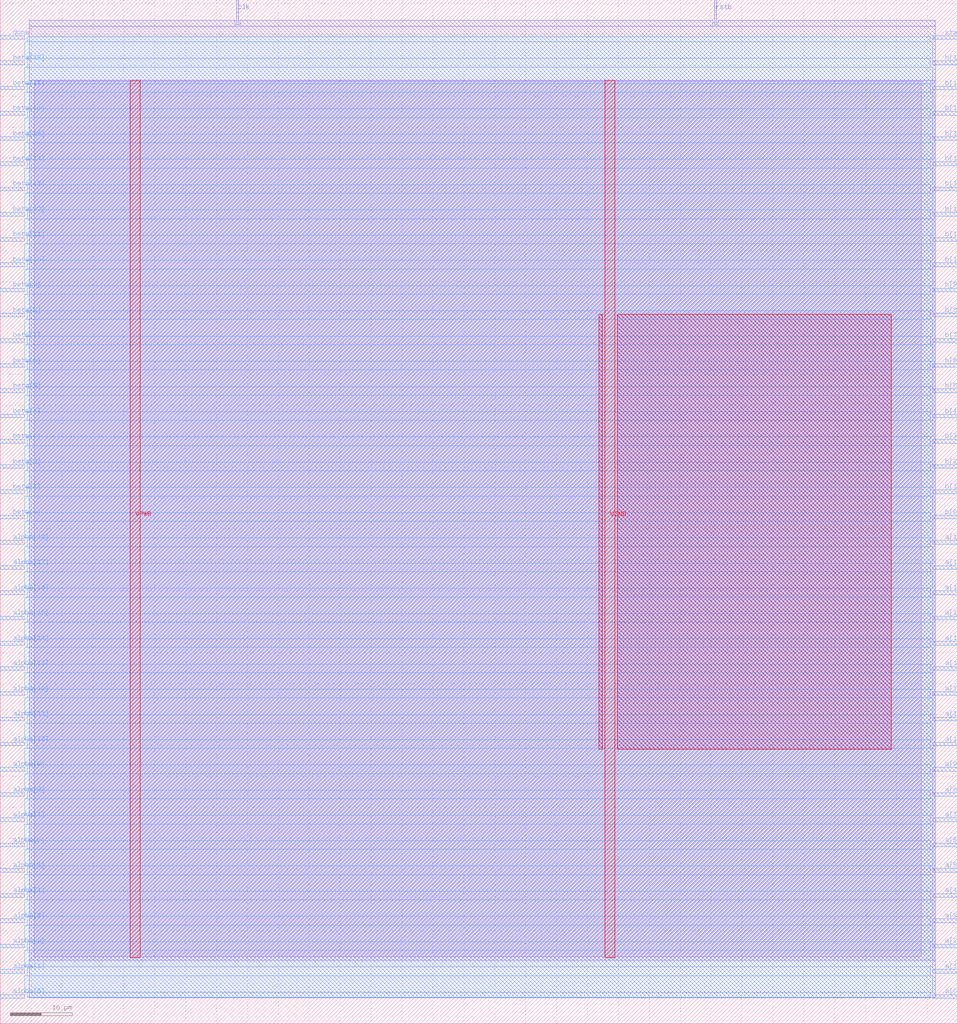
<source format=lef>
VERSION 5.7 ;
  NOWIREEXTENSIONATPIN ON ;
  DIVIDERCHAR "/" ;
  BUSBITCHARS "[]" ;
MACRO clarke
  CLASS BLOCK ;
  FOREIGN clarke ;
  ORIGIN 0.000 0.000 ;
  SIZE 154.825 BY 165.545 ;
  PIN VGND
    DIRECTION INOUT ;
    USE GROUND ;
    PORT
      LAYER met4 ;
        RECT 97.840 10.640 99.440 152.560 ;
    END
  END VGND
  PIN VPWR
    DIRECTION INOUT ;
    USE POWER ;
    PORT
      LAYER met4 ;
        RECT 21.040 10.640 22.640 152.560 ;
    END
  END VPWR
  PIN a[0]
    DIRECTION INPUT ;
    USE SIGNAL ;
    ANTENNAGATEAREA 0.213000 ;
    PORT
      LAYER met3 ;
        RECT 150.825 4.120 154.825 4.720 ;
    END
  END a[0]
  PIN a[10]
    DIRECTION INPUT ;
    USE SIGNAL ;
    ANTENNAGATEAREA 0.196500 ;
    PORT
      LAYER met3 ;
        RECT 150.825 44.920 154.825 45.520 ;
    END
  END a[10]
  PIN a[11]
    DIRECTION INPUT ;
    USE SIGNAL ;
    ANTENNAGATEAREA 0.213000 ;
    PORT
      LAYER met3 ;
        RECT 150.825 49.000 154.825 49.600 ;
    END
  END a[11]
  PIN a[12]
    DIRECTION INPUT ;
    USE SIGNAL ;
    ANTENNAGATEAREA 0.213000 ;
    PORT
      LAYER met3 ;
        RECT 150.825 53.080 154.825 53.680 ;
    END
  END a[12]
  PIN a[13]
    DIRECTION INPUT ;
    USE SIGNAL ;
    ANTENNAGATEAREA 0.159000 ;
    PORT
      LAYER met3 ;
        RECT 150.825 57.160 154.825 57.760 ;
    END
  END a[13]
  PIN a[14]
    DIRECTION INPUT ;
    USE SIGNAL ;
    ANTENNAGATEAREA 0.495000 ;
    PORT
      LAYER met3 ;
        RECT 150.825 61.240 154.825 61.840 ;
    END
  END a[14]
  PIN a[15]
    DIRECTION INPUT ;
    USE SIGNAL ;
    ANTENNAGATEAREA 0.196500 ;
    PORT
      LAYER met3 ;
        RECT 150.825 65.320 154.825 65.920 ;
    END
  END a[15]
  PIN a[16]
    DIRECTION INPUT ;
    USE SIGNAL ;
    ANTENNAGATEAREA 0.213000 ;
    PORT
      LAYER met3 ;
        RECT 150.825 69.400 154.825 70.000 ;
    END
  END a[16]
  PIN a[17]
    DIRECTION INPUT ;
    USE SIGNAL ;
    ANTENNAGATEAREA 0.159000 ;
    PORT
      LAYER met3 ;
        RECT 150.825 73.480 154.825 74.080 ;
    END
  END a[17]
  PIN a[18]
    DIRECTION INPUT ;
    USE SIGNAL ;
    ANTENNAGATEAREA 0.213000 ;
    PORT
      LAYER met3 ;
        RECT 150.825 77.560 154.825 78.160 ;
    END
  END a[18]
  PIN a[1]
    DIRECTION INPUT ;
    USE SIGNAL ;
    ANTENNAGATEAREA 0.213000 ;
    PORT
      LAYER met3 ;
        RECT 150.825 8.200 154.825 8.800 ;
    END
  END a[1]
  PIN a[2]
    DIRECTION INPUT ;
    USE SIGNAL ;
    ANTENNAGATEAREA 0.196500 ;
    PORT
      LAYER met3 ;
        RECT 150.825 12.280 154.825 12.880 ;
    END
  END a[2]
  PIN a[3]
    DIRECTION INPUT ;
    USE SIGNAL ;
    ANTENNAGATEAREA 0.213000 ;
    PORT
      LAYER met3 ;
        RECT 150.825 16.360 154.825 16.960 ;
    END
  END a[3]
  PIN a[4]
    DIRECTION INPUT ;
    USE SIGNAL ;
    ANTENNAGATEAREA 0.196500 ;
    PORT
      LAYER met3 ;
        RECT 150.825 20.440 154.825 21.040 ;
    END
  END a[4]
  PIN a[5]
    DIRECTION INPUT ;
    USE SIGNAL ;
    ANTENNAGATEAREA 0.196500 ;
    PORT
      LAYER met3 ;
        RECT 150.825 24.520 154.825 25.120 ;
    END
  END a[5]
  PIN a[6]
    DIRECTION INPUT ;
    USE SIGNAL ;
    ANTENNAGATEAREA 0.213000 ;
    PORT
      LAYER met3 ;
        RECT 150.825 28.600 154.825 29.200 ;
    END
  END a[6]
  PIN a[7]
    DIRECTION INPUT ;
    USE SIGNAL ;
    ANTENNAGATEAREA 0.213000 ;
    PORT
      LAYER met3 ;
        RECT 150.825 32.680 154.825 33.280 ;
    END
  END a[7]
  PIN a[8]
    DIRECTION INPUT ;
    USE SIGNAL ;
    ANTENNAGATEAREA 0.196500 ;
    PORT
      LAYER met3 ;
        RECT 150.825 36.760 154.825 37.360 ;
    END
  END a[8]
  PIN a[9]
    DIRECTION INPUT ;
    USE SIGNAL ;
    ANTENNAGATEAREA 0.213000 ;
    PORT
      LAYER met3 ;
        RECT 150.825 40.840 154.825 41.440 ;
    END
  END a[9]
  PIN alpha[0]
    DIRECTION OUTPUT ;
    USE SIGNAL ;
    ANTENNADIFFAREA 0.795200 ;
    PORT
      LAYER met3 ;
        RECT 0.000 4.120 4.000 4.720 ;
    END
  END alpha[0]
  PIN alpha[10]
    DIRECTION OUTPUT ;
    USE SIGNAL ;
    ANTENNADIFFAREA 0.795200 ;
    PORT
      LAYER met3 ;
        RECT 0.000 44.920 4.000 45.520 ;
    END
  END alpha[10]
  PIN alpha[11]
    DIRECTION OUTPUT ;
    USE SIGNAL ;
    ANTENNADIFFAREA 0.795200 ;
    PORT
      LAYER met3 ;
        RECT 0.000 49.000 4.000 49.600 ;
    END
  END alpha[11]
  PIN alpha[12]
    DIRECTION OUTPUT ;
    USE SIGNAL ;
    ANTENNADIFFAREA 0.795200 ;
    PORT
      LAYER met3 ;
        RECT 0.000 53.080 4.000 53.680 ;
    END
  END alpha[12]
  PIN alpha[13]
    DIRECTION OUTPUT ;
    USE SIGNAL ;
    ANTENNADIFFAREA 0.795200 ;
    PORT
      LAYER met3 ;
        RECT 0.000 57.160 4.000 57.760 ;
    END
  END alpha[13]
  PIN alpha[14]
    DIRECTION OUTPUT ;
    USE SIGNAL ;
    ANTENNADIFFAREA 0.795200 ;
    PORT
      LAYER met3 ;
        RECT 0.000 61.240 4.000 61.840 ;
    END
  END alpha[14]
  PIN alpha[15]
    DIRECTION OUTPUT ;
    USE SIGNAL ;
    ANTENNADIFFAREA 0.795200 ;
    PORT
      LAYER met3 ;
        RECT 0.000 65.320 4.000 65.920 ;
    END
  END alpha[15]
  PIN alpha[16]
    DIRECTION OUTPUT ;
    USE SIGNAL ;
    ANTENNADIFFAREA 0.795200 ;
    PORT
      LAYER met3 ;
        RECT 0.000 69.400 4.000 70.000 ;
    END
  END alpha[16]
  PIN alpha[17]
    DIRECTION OUTPUT ;
    USE SIGNAL ;
    ANTENNADIFFAREA 0.795200 ;
    PORT
      LAYER met3 ;
        RECT 0.000 73.480 4.000 74.080 ;
    END
  END alpha[17]
  PIN alpha[18]
    DIRECTION OUTPUT ;
    USE SIGNAL ;
    ANTENNADIFFAREA 0.795200 ;
    PORT
      LAYER met3 ;
        RECT 0.000 77.560 4.000 78.160 ;
    END
  END alpha[18]
  PIN alpha[1]
    DIRECTION OUTPUT ;
    USE SIGNAL ;
    ANTENNADIFFAREA 0.795200 ;
    PORT
      LAYER met3 ;
        RECT 0.000 8.200 4.000 8.800 ;
    END
  END alpha[1]
  PIN alpha[2]
    DIRECTION OUTPUT ;
    USE SIGNAL ;
    ANTENNADIFFAREA 0.795200 ;
    PORT
      LAYER met3 ;
        RECT 0.000 12.280 4.000 12.880 ;
    END
  END alpha[2]
  PIN alpha[3]
    DIRECTION OUTPUT ;
    USE SIGNAL ;
    ANTENNADIFFAREA 0.795200 ;
    PORT
      LAYER met3 ;
        RECT 0.000 16.360 4.000 16.960 ;
    END
  END alpha[3]
  PIN alpha[4]
    DIRECTION OUTPUT ;
    USE SIGNAL ;
    ANTENNADIFFAREA 0.795200 ;
    PORT
      LAYER met3 ;
        RECT 0.000 20.440 4.000 21.040 ;
    END
  END alpha[4]
  PIN alpha[5]
    DIRECTION OUTPUT ;
    USE SIGNAL ;
    ANTENNADIFFAREA 0.795200 ;
    PORT
      LAYER met3 ;
        RECT 0.000 24.520 4.000 25.120 ;
    END
  END alpha[5]
  PIN alpha[6]
    DIRECTION OUTPUT ;
    USE SIGNAL ;
    ANTENNADIFFAREA 0.795200 ;
    PORT
      LAYER met3 ;
        RECT 0.000 28.600 4.000 29.200 ;
    END
  END alpha[6]
  PIN alpha[7]
    DIRECTION OUTPUT ;
    USE SIGNAL ;
    ANTENNADIFFAREA 0.795200 ;
    PORT
      LAYER met3 ;
        RECT 0.000 32.680 4.000 33.280 ;
    END
  END alpha[7]
  PIN alpha[8]
    DIRECTION OUTPUT ;
    USE SIGNAL ;
    ANTENNADIFFAREA 0.795200 ;
    PORT
      LAYER met3 ;
        RECT 0.000 36.760 4.000 37.360 ;
    END
  END alpha[8]
  PIN alpha[9]
    DIRECTION OUTPUT ;
    USE SIGNAL ;
    ANTENNADIFFAREA 0.795200 ;
    PORT
      LAYER met3 ;
        RECT 0.000 40.840 4.000 41.440 ;
    END
  END alpha[9]
  PIN b[0]
    DIRECTION INPUT ;
    USE SIGNAL ;
    ANTENNAGATEAREA 0.126000 ;
    PORT
      LAYER met3 ;
        RECT 150.825 81.640 154.825 82.240 ;
    END
  END b[0]
  PIN b[10]
    DIRECTION INPUT ;
    USE SIGNAL ;
    ANTENNAGATEAREA 0.213000 ;
    PORT
      LAYER met3 ;
        RECT 150.825 122.440 154.825 123.040 ;
    END
  END b[10]
  PIN b[11]
    DIRECTION INPUT ;
    USE SIGNAL ;
    ANTENNAGATEAREA 0.196500 ;
    PORT
      LAYER met3 ;
        RECT 150.825 126.520 154.825 127.120 ;
    END
  END b[11]
  PIN b[12]
    DIRECTION INPUT ;
    USE SIGNAL ;
    ANTENNAGATEAREA 0.196500 ;
    PORT
      LAYER met3 ;
        RECT 150.825 130.600 154.825 131.200 ;
    END
  END b[12]
  PIN b[13]
    DIRECTION INPUT ;
    USE SIGNAL ;
    ANTENNAGATEAREA 0.196500 ;
    PORT
      LAYER met3 ;
        RECT 150.825 134.680 154.825 135.280 ;
    END
  END b[13]
  PIN b[14]
    DIRECTION INPUT ;
    USE SIGNAL ;
    ANTENNAGATEAREA 0.196500 ;
    PORT
      LAYER met3 ;
        RECT 150.825 138.760 154.825 139.360 ;
    END
  END b[14]
  PIN b[15]
    DIRECTION INPUT ;
    USE SIGNAL ;
    ANTENNAGATEAREA 0.196500 ;
    PORT
      LAYER met3 ;
        RECT 150.825 142.840 154.825 143.440 ;
    END
  END b[15]
  PIN b[16]
    DIRECTION INPUT ;
    USE SIGNAL ;
    ANTENNAGATEAREA 0.196500 ;
    PORT
      LAYER met3 ;
        RECT 150.825 146.920 154.825 147.520 ;
    END
  END b[16]
  PIN b[17]
    DIRECTION INPUT ;
    USE SIGNAL ;
    ANTENNAGATEAREA 0.196500 ;
    PORT
      LAYER met3 ;
        RECT 150.825 151.000 154.825 151.600 ;
    END
  END b[17]
  PIN b[18]
    DIRECTION INPUT ;
    USE SIGNAL ;
    ANTENNAGATEAREA 0.196500 ;
    PORT
      LAYER met3 ;
        RECT 150.825 155.080 154.825 155.680 ;
    END
  END b[18]
  PIN b[1]
    DIRECTION INPUT ;
    USE SIGNAL ;
    ANTENNAGATEAREA 0.196500 ;
    PORT
      LAYER met3 ;
        RECT 150.825 85.720 154.825 86.320 ;
    END
  END b[1]
  PIN b[2]
    DIRECTION INPUT ;
    USE SIGNAL ;
    ANTENNAGATEAREA 0.196500 ;
    PORT
      LAYER met3 ;
        RECT 150.825 89.800 154.825 90.400 ;
    END
  END b[2]
  PIN b[3]
    DIRECTION INPUT ;
    USE SIGNAL ;
    ANTENNAGATEAREA 0.196500 ;
    PORT
      LAYER met3 ;
        RECT 150.825 93.880 154.825 94.480 ;
    END
  END b[3]
  PIN b[4]
    DIRECTION INPUT ;
    USE SIGNAL ;
    ANTENNAGATEAREA 0.196500 ;
    PORT
      LAYER met3 ;
        RECT 150.825 97.960 154.825 98.560 ;
    END
  END b[4]
  PIN b[5]
    DIRECTION INPUT ;
    USE SIGNAL ;
    ANTENNAGATEAREA 0.196500 ;
    PORT
      LAYER met3 ;
        RECT 150.825 102.040 154.825 102.640 ;
    END
  END b[5]
  PIN b[6]
    DIRECTION INPUT ;
    USE SIGNAL ;
    ANTENNAGATEAREA 0.495000 ;
    PORT
      LAYER met3 ;
        RECT 150.825 106.120 154.825 106.720 ;
    END
  END b[6]
  PIN b[7]
    DIRECTION INPUT ;
    USE SIGNAL ;
    ANTENNAGATEAREA 0.196500 ;
    PORT
      LAYER met3 ;
        RECT 150.825 110.200 154.825 110.800 ;
    END
  END b[7]
  PIN b[8]
    DIRECTION INPUT ;
    USE SIGNAL ;
    ANTENNAGATEAREA 0.196500 ;
    PORT
      LAYER met3 ;
        RECT 150.825 114.280 154.825 114.880 ;
    END
  END b[8]
  PIN b[9]
    DIRECTION INPUT ;
    USE SIGNAL ;
    ANTENNAGATEAREA 0.196500 ;
    PORT
      LAYER met3 ;
        RECT 150.825 118.360 154.825 118.960 ;
    END
  END b[9]
  PIN beta[0]
    DIRECTION OUTPUT ;
    USE SIGNAL ;
    ANTENNADIFFAREA 0.795200 ;
    PORT
      LAYER met3 ;
        RECT 0.000 81.640 4.000 82.240 ;
    END
  END beta[0]
  PIN beta[10]
    DIRECTION OUTPUT ;
    USE SIGNAL ;
    ANTENNADIFFAREA 0.795200 ;
    PORT
      LAYER met3 ;
        RECT 0.000 122.440 4.000 123.040 ;
    END
  END beta[10]
  PIN beta[11]
    DIRECTION OUTPUT ;
    USE SIGNAL ;
    ANTENNADIFFAREA 0.795200 ;
    PORT
      LAYER met3 ;
        RECT 0.000 126.520 4.000 127.120 ;
    END
  END beta[11]
  PIN beta[12]
    DIRECTION OUTPUT ;
    USE SIGNAL ;
    ANTENNADIFFAREA 0.795200 ;
    PORT
      LAYER met3 ;
        RECT 0.000 130.600 4.000 131.200 ;
    END
  END beta[12]
  PIN beta[13]
    DIRECTION OUTPUT ;
    USE SIGNAL ;
    ANTENNADIFFAREA 0.795200 ;
    PORT
      LAYER met3 ;
        RECT 0.000 134.680 4.000 135.280 ;
    END
  END beta[13]
  PIN beta[14]
    DIRECTION OUTPUT ;
    USE SIGNAL ;
    ANTENNADIFFAREA 0.795200 ;
    PORT
      LAYER met3 ;
        RECT 0.000 138.760 4.000 139.360 ;
    END
  END beta[14]
  PIN beta[15]
    DIRECTION OUTPUT ;
    USE SIGNAL ;
    ANTENNADIFFAREA 0.795200 ;
    PORT
      LAYER met3 ;
        RECT 0.000 142.840 4.000 143.440 ;
    END
  END beta[15]
  PIN beta[16]
    DIRECTION OUTPUT ;
    USE SIGNAL ;
    ANTENNADIFFAREA 0.795200 ;
    PORT
      LAYER met3 ;
        RECT 0.000 146.920 4.000 147.520 ;
    END
  END beta[16]
  PIN beta[17]
    DIRECTION OUTPUT ;
    USE SIGNAL ;
    ANTENNADIFFAREA 0.795200 ;
    PORT
      LAYER met3 ;
        RECT 0.000 151.000 4.000 151.600 ;
    END
  END beta[17]
  PIN beta[18]
    DIRECTION OUTPUT ;
    USE SIGNAL ;
    ANTENNADIFFAREA 0.795200 ;
    PORT
      LAYER met3 ;
        RECT 0.000 155.080 4.000 155.680 ;
    END
  END beta[18]
  PIN beta[1]
    DIRECTION OUTPUT ;
    USE SIGNAL ;
    ANTENNADIFFAREA 0.795200 ;
    PORT
      LAYER met3 ;
        RECT 0.000 85.720 4.000 86.320 ;
    END
  END beta[1]
  PIN beta[2]
    DIRECTION OUTPUT ;
    USE SIGNAL ;
    ANTENNADIFFAREA 0.795200 ;
    PORT
      LAYER met3 ;
        RECT 0.000 89.800 4.000 90.400 ;
    END
  END beta[2]
  PIN beta[3]
    DIRECTION OUTPUT ;
    USE SIGNAL ;
    ANTENNADIFFAREA 0.795200 ;
    PORT
      LAYER met3 ;
        RECT 0.000 93.880 4.000 94.480 ;
    END
  END beta[3]
  PIN beta[4]
    DIRECTION OUTPUT ;
    USE SIGNAL ;
    ANTENNADIFFAREA 0.795200 ;
    PORT
      LAYER met3 ;
        RECT 0.000 97.960 4.000 98.560 ;
    END
  END beta[4]
  PIN beta[5]
    DIRECTION OUTPUT ;
    USE SIGNAL ;
    ANTENNADIFFAREA 0.795200 ;
    PORT
      LAYER met3 ;
        RECT 0.000 102.040 4.000 102.640 ;
    END
  END beta[5]
  PIN beta[6]
    DIRECTION OUTPUT ;
    USE SIGNAL ;
    ANTENNADIFFAREA 0.795200 ;
    PORT
      LAYER met3 ;
        RECT 0.000 106.120 4.000 106.720 ;
    END
  END beta[6]
  PIN beta[7]
    DIRECTION OUTPUT ;
    USE SIGNAL ;
    ANTENNADIFFAREA 0.795200 ;
    PORT
      LAYER met3 ;
        RECT 0.000 110.200 4.000 110.800 ;
    END
  END beta[7]
  PIN beta[8]
    DIRECTION OUTPUT ;
    USE SIGNAL ;
    ANTENNADIFFAREA 0.795200 ;
    PORT
      LAYER met3 ;
        RECT 0.000 114.280 4.000 114.880 ;
    END
  END beta[8]
  PIN beta[9]
    DIRECTION OUTPUT ;
    USE SIGNAL ;
    ANTENNADIFFAREA 0.795200 ;
    PORT
      LAYER met3 ;
        RECT 0.000 118.360 4.000 118.960 ;
    END
  END beta[9]
  PIN clk
    DIRECTION INPUT ;
    USE SIGNAL ;
    ANTENNAGATEAREA 0.852000 ;
    PORT
      LAYER met2 ;
        RECT 38.270 161.545 38.550 165.545 ;
    END
  END clk
  PIN done
    DIRECTION OUTPUT ;
    USE SIGNAL ;
    ANTENNADIFFAREA 0.795200 ;
    PORT
      LAYER met3 ;
        RECT 0.000 159.160 4.000 159.760 ;
    END
  END done
  PIN rstb
    DIRECTION INPUT ;
    USE SIGNAL ;
    ANTENNAGATEAREA 0.213000 ;
    PORT
      LAYER met2 ;
        RECT 115.550 161.545 115.830 165.545 ;
    END
  END rstb
  PIN start
    DIRECTION INPUT ;
    USE SIGNAL ;
    ANTENNAGATEAREA 0.159000 ;
    PORT
      LAYER met3 ;
        RECT 150.825 159.160 154.825 159.760 ;
    END
  END start
  OBS
      LAYER li1 ;
        RECT 5.520 10.795 149.040 152.405 ;
      LAYER met1 ;
        RECT 4.670 10.240 151.270 152.560 ;
      LAYER met2 ;
        RECT 4.690 161.265 37.990 162.250 ;
        RECT 38.830 161.265 115.270 162.250 ;
        RECT 116.110 161.265 151.240 162.250 ;
        RECT 4.690 4.235 151.240 161.265 ;
      LAYER met3 ;
        RECT 4.400 158.760 150.425 159.625 ;
        RECT 3.990 156.080 150.825 158.760 ;
        RECT 4.400 154.680 150.425 156.080 ;
        RECT 3.990 152.000 150.825 154.680 ;
        RECT 4.400 150.600 150.425 152.000 ;
        RECT 3.990 147.920 150.825 150.600 ;
        RECT 4.400 146.520 150.425 147.920 ;
        RECT 3.990 143.840 150.825 146.520 ;
        RECT 4.400 142.440 150.425 143.840 ;
        RECT 3.990 139.760 150.825 142.440 ;
        RECT 4.400 138.360 150.425 139.760 ;
        RECT 3.990 135.680 150.825 138.360 ;
        RECT 4.400 134.280 150.425 135.680 ;
        RECT 3.990 131.600 150.825 134.280 ;
        RECT 4.400 130.200 150.425 131.600 ;
        RECT 3.990 127.520 150.825 130.200 ;
        RECT 4.400 126.120 150.425 127.520 ;
        RECT 3.990 123.440 150.825 126.120 ;
        RECT 4.400 122.040 150.425 123.440 ;
        RECT 3.990 119.360 150.825 122.040 ;
        RECT 4.400 117.960 150.425 119.360 ;
        RECT 3.990 115.280 150.825 117.960 ;
        RECT 4.400 113.880 150.425 115.280 ;
        RECT 3.990 111.200 150.825 113.880 ;
        RECT 4.400 109.800 150.425 111.200 ;
        RECT 3.990 107.120 150.825 109.800 ;
        RECT 4.400 105.720 150.425 107.120 ;
        RECT 3.990 103.040 150.825 105.720 ;
        RECT 4.400 101.640 150.425 103.040 ;
        RECT 3.990 98.960 150.825 101.640 ;
        RECT 4.400 97.560 150.425 98.960 ;
        RECT 3.990 94.880 150.825 97.560 ;
        RECT 4.400 93.480 150.425 94.880 ;
        RECT 3.990 90.800 150.825 93.480 ;
        RECT 4.400 89.400 150.425 90.800 ;
        RECT 3.990 86.720 150.825 89.400 ;
        RECT 4.400 85.320 150.425 86.720 ;
        RECT 3.990 82.640 150.825 85.320 ;
        RECT 4.400 81.240 150.425 82.640 ;
        RECT 3.990 78.560 150.825 81.240 ;
        RECT 4.400 77.160 150.425 78.560 ;
        RECT 3.990 74.480 150.825 77.160 ;
        RECT 4.400 73.080 150.425 74.480 ;
        RECT 3.990 70.400 150.825 73.080 ;
        RECT 4.400 69.000 150.425 70.400 ;
        RECT 3.990 66.320 150.825 69.000 ;
        RECT 4.400 64.920 150.425 66.320 ;
        RECT 3.990 62.240 150.825 64.920 ;
        RECT 4.400 60.840 150.425 62.240 ;
        RECT 3.990 58.160 150.825 60.840 ;
        RECT 4.400 56.760 150.425 58.160 ;
        RECT 3.990 54.080 150.825 56.760 ;
        RECT 4.400 52.680 150.425 54.080 ;
        RECT 3.990 50.000 150.825 52.680 ;
        RECT 4.400 48.600 150.425 50.000 ;
        RECT 3.990 45.920 150.825 48.600 ;
        RECT 4.400 44.520 150.425 45.920 ;
        RECT 3.990 41.840 150.825 44.520 ;
        RECT 4.400 40.440 150.425 41.840 ;
        RECT 3.990 37.760 150.825 40.440 ;
        RECT 4.400 36.360 150.425 37.760 ;
        RECT 3.990 33.680 150.825 36.360 ;
        RECT 4.400 32.280 150.425 33.680 ;
        RECT 3.990 29.600 150.825 32.280 ;
        RECT 4.400 28.200 150.425 29.600 ;
        RECT 3.990 25.520 150.825 28.200 ;
        RECT 4.400 24.120 150.425 25.520 ;
        RECT 3.990 21.440 150.825 24.120 ;
        RECT 4.400 20.040 150.425 21.440 ;
        RECT 3.990 17.360 150.825 20.040 ;
        RECT 4.400 15.960 150.425 17.360 ;
        RECT 3.990 13.280 150.825 15.960 ;
        RECT 4.400 11.880 150.425 13.280 ;
        RECT 3.990 9.200 150.825 11.880 ;
        RECT 4.400 7.800 150.425 9.200 ;
        RECT 3.990 5.120 150.825 7.800 ;
        RECT 4.400 4.255 150.425 5.120 ;
      LAYER met4 ;
        RECT 96.895 44.375 97.440 114.745 ;
        RECT 99.840 44.375 144.145 114.745 ;
  END
END clarke
END LIBRARY


</source>
